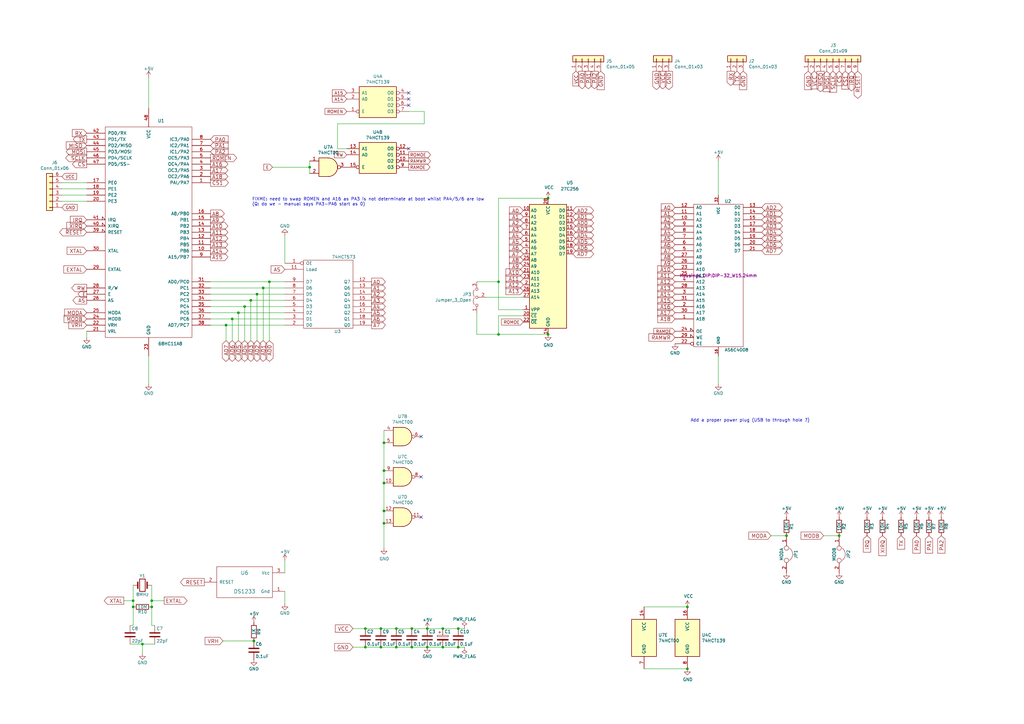
<source format=kicad_sch>
(kicad_sch (version 20211123) (generator eeschema)
  (paper "A3")
  (junction (at 149.86 257.81))
  (junction (at 100.33 125.73))
  (junction (at 162.56 265.43))
  (junction (at 104.14 262.89))
  (junction (at 157.48 198.12))
  (junction (at 110.49 115.57))
  (junction (at 181.61 265.43))
  (junction (at 105.41 120.65))
  (junction (at 156.21 257.81))
  (junction (at 97.79 128.27))
  (junction (at 149.86 265.43))
  (junction (at 157.48 209.55))
  (junction (at 157.48 214.63))
  (junction (at 102.87 123.19))
  (junction (at 175.26 265.43))
  (junction (at 224.79 137.16))
  (junction (at 157.48 181.61))
  (junction (at 54.61 246.38))
  (junction (at 157.48 193.04))
  (junction (at 95.25 130.81))
  (junction (at 127 68.58))
  (junction (at 187.96 265.43))
  (junction (at 204.47 137.16))
  (junction (at 344.17 219.71))
  (junction (at 168.91 265.43))
  (junction (at 187.96 257.81))
  (junction (at 54.61 248.92))
  (junction (at 168.91 257.81))
  (junction (at 175.26 257.81))
  (junction (at 224.79 81.28))
  (junction (at 322.58 219.71))
  (junction (at 281.94 274.32))
  (junction (at 92.71 133.35))
  (junction (at 58.42 264.16))
  (junction (at 181.61 257.81))
  (junction (at 62.23 248.92))
  (junction (at 156.21 265.43))
  (junction (at 281.94 248.92))
  (junction (at 162.56 257.81))
  (junction (at 204.47 115.57))
  (junction (at 62.23 246.38))
  (junction (at 107.95 118.11))
  (no_connect (at 167.64 40.64))
  (no_connect (at 172.72 179.07))
  (no_connect (at 167.64 43.18))
  (no_connect (at 167.64 38.1))
  (no_connect (at 172.72 212.09))
  (no_connect (at 172.72 195.58))
  (no_connect (at 167.64 60.96))
  (wire (pts (xy 105.41 139.7) (xy 105.41 120.65)))
  (wire (pts (xy 92.71 139.7) (xy 92.71 133.35)))
  (wire (pts (xy 91.44 262.89) (xy 104.14 262.89)))
  (wire (pts (xy 181.61 265.43) (xy 187.96 265.43)))
  (wire (pts (xy 25.4 74.93) (xy 35.56 74.93)))
  (wire (pts (xy 157.48 209.55) (xy 157.48 214.63)))
  (wire (pts (xy 97.79 139.7) (xy 97.79 128.27)))
  (wire (pts (xy 35.56 135.89) (xy 35.56 138.43)))
  (wire (pts (xy 168.91 265.43) (xy 175.26 265.43)))
  (wire (pts (xy 62.23 246.38) (xy 62.23 248.92)))
  (wire (pts (xy 162.56 265.43) (xy 168.91 265.43)))
  (wire (pts (xy 110.49 115.57) (xy 116.84 115.57)))
  (wire (pts (xy 156.21 257.81) (xy 162.56 257.81)))
  (wire (pts (xy 156.21 265.43) (xy 162.56 265.43)))
  (wire (pts (xy 127 68.58) (xy 127 71.12)))
  (wire (pts (xy 168.91 257.81) (xy 175.26 257.81)))
  (wire (pts (xy 214.63 121.92) (xy 199.39 121.92)))
  (wire (pts (xy 107.95 139.7) (xy 107.95 118.11)))
  (wire (pts (xy 54.61 240.03) (xy 54.61 246.38)))
  (wire (pts (xy 181.61 257.81) (xy 187.96 257.81)))
  (wire (pts (xy 50.8 246.38) (xy 54.61 246.38)))
  (wire (pts (xy 25.4 80.01) (xy 35.56 80.01)))
  (wire (pts (xy 149.86 265.43) (xy 156.21 265.43)))
  (wire (pts (xy 105.41 120.65) (xy 116.84 120.65)))
  (wire (pts (xy 54.61 256.54) (xy 53.34 256.54)))
  (wire (pts (xy 187.96 257.81) (xy 190.5 257.81)))
  (wire (pts (xy 167.64 45.72) (xy 173.99 45.72)))
  (wire (pts (xy 337.82 219.71) (xy 344.17 219.71)))
  (wire (pts (xy 86.36 118.11) (xy 107.95 118.11)))
  (wire (pts (xy 102.87 139.7) (xy 102.87 123.19)))
  (wire (pts (xy 54.61 246.38) (xy 54.61 248.92)))
  (wire (pts (xy 102.87 123.19) (xy 116.84 123.19)))
  (wire (pts (xy 214.63 129.54) (xy 204.47 129.54)))
  (wire (pts (xy 173.99 45.72) (xy 173.99 50.8)))
  (wire (pts (xy 294.64 80.01) (xy 294.64 66.04)))
  (wire (pts (xy 62.23 248.92) (xy 62.23 256.54)))
  (wire (pts (xy 157.48 214.63) (xy 157.48 224.79)))
  (wire (pts (xy 95.25 139.7) (xy 95.25 130.81)))
  (wire (pts (xy 116.84 96.52) (xy 116.84 107.95)))
  (wire (pts (xy 264.16 248.92) (xy 281.94 248.92)))
  (wire (pts (xy 92.71 133.35) (xy 116.84 133.35)))
  (wire (pts (xy 35.56 82.55) (xy 25.4 82.55)))
  (wire (pts (xy 86.36 123.19) (xy 102.87 123.19)))
  (wire (pts (xy 204.47 129.54) (xy 204.47 137.16)))
  (wire (pts (xy 138.43 50.8) (xy 138.43 60.96)))
  (wire (pts (xy 204.47 81.28) (xy 224.79 81.28)))
  (wire (pts (xy 67.31 246.38) (xy 62.23 246.38)))
  (wire (pts (xy 214.63 127) (xy 204.47 127)))
  (wire (pts (xy 204.47 127) (xy 204.47 115.57)))
  (wire (pts (xy 294.64 146.05) (xy 294.64 157.48)))
  (wire (pts (xy 35.56 77.47) (xy 25.4 77.47)))
  (wire (pts (xy 195.58 137.16) (xy 204.47 137.16)))
  (wire (pts (xy 175.26 265.43) (xy 181.61 265.43)))
  (wire (pts (xy 157.48 176.53) (xy 157.48 181.61)))
  (wire (pts (xy 86.36 120.65) (xy 105.41 120.65)))
  (wire (pts (xy 58.42 264.16) (xy 58.42 267.97)))
  (wire (pts (xy 195.58 115.57) (xy 204.47 115.57)))
  (wire (pts (xy 100.33 139.7) (xy 100.33 125.73)))
  (wire (pts (xy 86.36 115.57) (xy 110.49 115.57)))
  (wire (pts (xy 175.26 257.81) (xy 181.61 257.81)))
  (wire (pts (xy 60.96 146.05) (xy 60.96 157.48)))
  (wire (pts (xy 127 66.04) (xy 127 68.58)))
  (wire (pts (xy 204.47 115.57) (xy 204.47 81.28)))
  (wire (pts (xy 157.48 198.12) (xy 157.48 209.55)))
  (wire (pts (xy 60.96 44.45) (xy 60.96 31.75)))
  (wire (pts (xy 162.56 257.81) (xy 168.91 257.81)))
  (wire (pts (xy 86.36 128.27) (xy 97.79 128.27)))
  (wire (pts (xy 86.36 133.35) (xy 92.71 133.35)))
  (wire (pts (xy 62.23 256.54) (xy 63.5 256.54)))
  (wire (pts (xy 97.79 128.27) (xy 116.84 128.27)))
  (wire (pts (xy 107.95 118.11) (xy 116.84 118.11)))
  (wire (pts (xy 157.48 193.04) (xy 157.48 198.12)))
  (wire (pts (xy 149.86 257.81) (xy 156.21 257.81)))
  (wire (pts (xy 100.33 125.73) (xy 116.84 125.73)))
  (wire (pts (xy 138.43 60.96) (xy 142.24 60.96)))
  (wire (pts (xy 86.36 130.81) (xy 95.25 130.81)))
  (wire (pts (xy 144.78 257.81) (xy 149.86 257.81)))
  (wire (pts (xy 116.84 234.95) (xy 116.84 229.87)))
  (wire (pts (xy 187.96 265.43) (xy 190.5 265.43)))
  (wire (pts (xy 264.16 274.32) (xy 281.94 274.32)))
  (wire (pts (xy 95.25 130.81) (xy 116.84 130.81)))
  (wire (pts (xy 316.23 219.71) (xy 322.58 219.71)))
  (wire (pts (xy 173.99 50.8) (xy 138.43 50.8)))
  (wire (pts (xy 157.48 181.61) (xy 157.48 193.04)))
  (wire (pts (xy 53.34 264.16) (xy 58.42 264.16)))
  (wire (pts (xy 204.47 137.16) (xy 224.79 137.16)))
  (wire (pts (xy 54.61 248.92) (xy 54.61 256.54)))
  (wire (pts (xy 110.49 139.7) (xy 110.49 115.57)))
  (wire (pts (xy 111.76 68.58) (xy 127 68.58)))
  (wire (pts (xy 195.58 128.27) (xy 195.58 137.16)))
  (wire (pts (xy 58.42 264.16) (xy 63.5 264.16)))
  (wire (pts (xy 144.78 265.43) (xy 149.86 265.43)))
  (wire (pts (xy 86.36 125.73) (xy 100.33 125.73)))
  (wire (pts (xy 62.23 240.03) (xy 62.23 246.38)))
  (wire (pts (xy 116.84 242.57) (xy 116.84 247.65)))
  (text "FIXME: need to swap ROMEN and A16 as PA3 is not determinate at boot whilst PA4/5/6 are low\n(Q: do we - manual says PA3-PA6 start as 0)\n" (at 103.378 84.582 0) (effects (font (size 1.27 1.27)) (justify left bottom)))
  (text "Add a proper power plug (USB to through hole ?)\n" (at 283.21 173.228 0) (effects (font (size 1.27 1.27)) (justify left bottom)))
  (global_label "TX" (shape output) (at 35.56 57.15 180) (effects (font (size 1.524 1.524))) (property "Intersheet References" "${INTERSHEET_REFS}" (effects hide)))
  (global_label "A4" (shape output) (at 152.4 125.73 0) (effects (font (size 1.524 1.524))) (property "Intersheet References" "${INTERSHEET_REFS}" (effects hide)))
  (global_label "AD7" (shape tri_state) (at 312.42 102.87 0) (effects (font (size 1.524 1.524))) (property "Intersheet References" "${INTERSHEET_REFS}" (effects hide)))
  (global_label "A7" (shape input) (at 214.63 104.14 180) (effects (font (size 1.524 1.524))) (property "Intersheet References" "${INTERSHEET_REFS}" (effects hide)))
  (global_label "A11" (shape input) (at 214.63 114.3 180) (effects (font (size 1.524 1.524))) (property "Intersheet References" "${INTERSHEET_REFS}" (effects hide)))
  (global_label "AD3" (shape tri_state) (at 312.42 92.71 0) (effects (font (size 1.524 1.524))) (property "Intersheet References" "${INTERSHEET_REFS}" (effects hide)))
  (global_label "AD1" (shape tri_state) (at 107.95 139.7 270) (effects (font (size 1.524 1.524))) (property "Intersheet References" "${INTERSHEET_REFS}" (effects hide)))
  (global_label "XTAL" (shape input) (at 35.56 102.87 180) (effects (font (size 1.524 1.524))) (property "Intersheet References" "${INTERSHEET_REFS}" (effects hide)))
  (global_label "GND" (shape input) (at 25.4 85.09 0) (property "Intersheet References" "${INTERSHEET_REFS}" (effects hide)))
  (global_label "A9" (shape input) (at 276.86 107.95 180) (effects (font (size 1.524 1.524))) (property "Intersheet References" "${INTERSHEET_REFS}" (effects hide)))
  (global_label "AD3" (shape tri_state) (at 102.87 139.7 270) (effects (font (size 1.524 1.524))) (property "Intersheet References" "${INTERSHEET_REFS}" (effects hide)))
  (global_label "PA1" (shape input) (at 381 219.71 270) (effects (font (size 1.524 1.524))) (property "Intersheet References" "${INTERSHEET_REFS}" (effects hide)))
  (global_label "PA1" (shape output) (at 241.3 29.21 270) (effects (font (size 1.524 1.524))) (property "Intersheet References" "${INTERSHEET_REFS}" (effects hide)))
  (global_label "A1" (shape input) (at 276.86 87.63 180) (effects (font (size 1.524 1.524))) (property "Intersheet References" "${INTERSHEET_REFS}" (effects hide)))
  (global_label "A15" (shape input) (at 276.86 123.19 180) (effects (font (size 1.524 1.524))) (property "Intersheet References" "${INTERSHEET_REFS}" (effects hide)))
  (global_label "A17" (shape output) (at 86.36 69.85 0) (effects (font (size 1.524 1.524))) (property "Intersheet References" "${INTERSHEET_REFS}" (effects hide)))
  (global_label "PA2" (shape output) (at 243.84 29.21 270) (effects (font (size 1.524 1.524))) (property "Intersheet References" "${INTERSHEET_REFS}" (effects hide)))
  (global_label "RAMOE" (shape output) (at 167.64 68.58 0) (property "Intersheet References" "${INTERSHEET_REFS}" (effects hide)))
  (global_label "CS" (shape output) (at 35.56 67.31 180) (effects (font (size 1.524 1.524))) (property "Intersheet References" "${INTERSHEET_REFS}" (effects hide)))
  (global_label "TX" (shape input) (at 302.26 29.21 270) (effects (font (size 1.524 1.524))) (property "Intersheet References" "${INTERSHEET_REFS}" (effects hide)))
  (global_label "A1" (shape input) (at 214.63 88.9 180) (effects (font (size 1.524 1.524))) (property "Intersheet References" "${INTERSHEET_REFS}" (effects hide)))
  (global_label "A5" (shape input) (at 276.86 97.79 180) (effects (font (size 1.524 1.524))) (property "Intersheet References" "${INTERSHEET_REFS}" (effects hide)))
  (global_label "AD6" (shape tri_state) (at 95.25 139.7 270) (effects (font (size 1.524 1.524))) (property "Intersheet References" "${INTERSHEET_REFS}" (effects hide)))
  (global_label "MODB" (shape input) (at 337.82 219.71 180) (effects (font (size 1.524 1.524))) (property "Intersheet References" "${INTERSHEET_REFS}" (effects hide)))
  (global_label "RAMOE" (shape input) (at 276.86 135.89 180) (property "Intersheet References" "${INTERSHEET_REFS}" (effects hide)))
  (global_label "AD2" (shape tri_state) (at 234.95 86.36 0) (effects (font (size 1.524 1.524))) (property "Intersheet References" "${INTERSHEET_REFS}" (effects hide)))
  (global_label "RAMWR" (shape output) (at 167.64 66.04 0) (property "Intersheet References" "${INTERSHEET_REFS}" (effects hide)))
  (global_label "A12" (shape input) (at 214.63 116.84 180) (effects (font (size 1.524 1.524))) (property "Intersheet References" "${INTERSHEET_REFS}" (effects hide)))
  (global_label "A11" (shape output) (at 86.36 95.25 0) (effects (font (size 1.524 1.524))) (property "Intersheet References" "${INTERSHEET_REFS}" (effects hide)))
  (global_label "A2" (shape input) (at 214.63 91.44 180) (effects (font (size 1.524 1.524))) (property "Intersheet References" "${INTERSHEET_REFS}" (effects hide)))
  (global_label "RESET" (shape tri_state) (at 35.56 95.25 180) (effects (font (size 1.524 1.524))) (property "Intersheet References" "${INTERSHEET_REFS}" (effects hide)))
  (global_label "AD0" (shape tri_state) (at 110.49 139.7 270) (effects (font (size 1.524 1.524))) (property "Intersheet References" "${INTERSHEET_REFS}" (effects hide)))
  (global_label "SCLK" (shape input) (at 341.63 29.21 270) (effects (font (size 1.524 1.524))) (property "Intersheet References" "${INTERSHEET_REFS}" (effects hide)))
  (global_label "AD5" (shape tri_state) (at 97.79 139.7 270) (effects (font (size 1.524 1.524))) (property "Intersheet References" "${INTERSHEET_REFS}" (effects hide)))
  (global_label "A4" (shape input) (at 276.86 95.25 180) (effects (font (size 1.524 1.524))) (property "Intersheet References" "${INTERSHEET_REFS}" (effects hide)))
  (global_label "ROMEN" (shape output) (at 86.36 64.77 0) (effects (font (size 1.524 1.524))) (property "Intersheet References" "${INTERSHEET_REFS}" (effects hide)))
  (global_label "A10" (shape output) (at 86.36 92.71 0) (effects (font (size 1.524 1.524))) (property "Intersheet References" "${INTERSHEET_REFS}" (effects hide)))
  (global_label "AD4" (shape tri_state) (at 312.42 95.25 0) (effects (font (size 1.524 1.524))) (property "Intersheet References" "${INTERSHEET_REFS}" (effects hide)))
  (global_label "VCC" (shape input) (at 25.4 72.39 0) (property "Intersheet References" "${INTERSHEET_REFS}" (effects hide)))
  (global_label "ROMEN" (shape input) (at 142.24 45.72 180) (property "Intersheet References" "${INTERSHEET_REFS}" (effects hide)))
  (global_label "VRH" (shape input) (at 91.44 262.89 180) (effects (font (size 1.524 1.524))) (property "Intersheet References" "${INTERSHEET_REFS}" (effects hide)))
  (global_label "GND" (shape output) (at 274.32 29.21 270) (effects (font (size 1.524 1.524))) (property "Intersheet References" "${INTERSHEET_REFS}" (effects hide)))
  (global_label "E" (shape output) (at 35.56 120.65 180) (property "Intersheet References" "${INTERSHEET_REFS}" (effects hide)))
  (global_label "MODB" (shape input) (at 35.56 130.81 180) (effects (font (size 1.524 1.524))) (property "Intersheet References" "${INTERSHEET_REFS}" (effects hide)))
  (global_label "RW" (shape input) (at 142.24 63.5 180) (property "Intersheet References" "${INTERSHEET_REFS}" (effects hide)))
  (global_label "AD6" (shape tri_state) (at 312.42 100.33 0) (effects (font (size 1.524 1.524))) (property "Intersheet References" "${INTERSHEET_REFS}" (effects hide)))
  (global_label "IRQ" (shape input) (at 355.6 219.71 270) (effects (font (size 1.524 1.524))) (property "Intersheet References" "${INTERSHEET_REFS}" (effects hide)))
  (global_label "PA1" (shape input) (at 86.36 59.69 0) (effects (font (size 1.524 1.524))) (property "Intersheet References" "${INTERSHEET_REFS}" (effects hide)))
  (global_label "A8" (shape input) (at 276.86 105.41 180) (effects (font (size 1.524 1.524))) (property "Intersheet References" "${INTERSHEET_REFS}" (effects hide)))
  (global_label "A13" (shape input) (at 276.86 118.11 180) (effects (font (size 1.524 1.524))) (property "Intersheet References" "${INTERSHEET_REFS}" (effects hide)))
  (global_label "A6" (shape input) (at 214.63 101.6 180) (effects (font (size 1.524 1.524))) (property "Intersheet References" "${INTERSHEET_REFS}" (effects hide)))
  (global_label "A6" (shape output) (at 152.4 130.81 0) (effects (font (size 1.524 1.524))) (property "Intersheet References" "${INTERSHEET_REFS}" (effects hide)))
  (global_label "MODA" (shape input) (at 35.56 128.27 180) (effects (font (size 1.524 1.524))) (property "Intersheet References" "${INTERSHEET_REFS}" (effects hide)))
  (global_label "VCC" (shape input) (at 236.22 29.21 270) (property "Intersheet References" "${INTERSHEET_REFS}" (effects hide)))
  (global_label "AD7" (shape tri_state) (at 92.71 139.7 270) (effects (font (size 1.524 1.524))) (property "Intersheet References" "${INTERSHEET_REFS}" (effects hide)))
  (global_label "A18" (shape input) (at 276.86 130.81 180) (effects (font (size 1.524 1.524))) (property "Intersheet References" "${INTERSHEET_REFS}" (effects hide)))
  (global_label "A0" (shape input) (at 214.63 86.36 180) (effects (font (size 1.524 1.524))) (property "Intersheet References" "${INTERSHEET_REFS}" (effects hide)))
  (global_label "MISO" (shape input) (at 35.56 59.69 180) (effects (font (size 1.524 1.524))) (property "Intersheet References" "${INTERSHEET_REFS}" (effects hide)))
  (global_label "A5" (shape output) (at 152.4 128.27 0) (effects (font (size 1.524 1.524))) (property "Intersheet References" "${INTERSHEET_REFS}" (effects hide)))
  (global_label "AS" (shape output) (at 35.56 123.19 180) (effects (font (size 1.524 1.524))) (property "Intersheet References" "${INTERSHEET_REFS}" (effects hide)))
  (global_label "MODA" (shape input) (at 316.23 219.71 180) (effects (font (size 1.524 1.524))) (property "Intersheet References" "${INTERSHEET_REFS}" (effects hide)))
  (global_label "A15" (shape output) (at 86.36 105.41 0) (effects (font (size 1.524 1.524))) (property "Intersheet References" "${INTERSHEET_REFS}" (effects hide)))
  (global_label "VRH" (shape input) (at 35.56 133.35 180) (effects (font (size 1.524 1.524))) (property "Intersheet References" "${INTERSHEET_REFS}" (effects hide)))
  (global_label "RX" (shape input) (at 35.56 54.61 180) (effects (font (size 1.524 1.524))) (property "Intersheet References" "${INTERSHEET_REFS}" (effects hide)))
  (global_label "AD2" (shape tri_state) (at 105.41 139.7 270) (effects (font (size 1.524 1.524))) (property "Intersheet References" "${INTERSHEET_REFS}" (effects hide)))
  (global_label "A3" (shape output) (at 152.4 123.19 0) (effects (font (size 1.524 1.524))) (property "Intersheet References" "${INTERSHEET_REFS}" (effects hide)))
  (global_label "A1" (shape output) (at 152.4 118.11 0) (effects (font (size 1.524 1.524))) (property "Intersheet References" "${INTERSHEET_REFS}" (effects hide)))
  (global_label "AD5" (shape tri_state) (at 234.95 99.06 0) (effects (font (size 1.524 1.524))) (property "Intersheet References" "${INTERSHEET_REFS}" (effects hide)))
  (global_label "A14" (shape input) (at 276.86 120.65 180) (effects (font (size 1.524 1.524))) (property "Intersheet References" "${INTERSHEET_REFS}" (effects hide)))
  (global_label "EXTAL" (shape input) (at 35.56 110.49 180) (effects (font (size 1.524 1.524))) (property "Intersheet References" "${INTERSHEET_REFS}" (effects hide)))
  (global_label "A7" (shape input) (at 276.86 102.87 180) (effects (font (size 1.524 1.524))) (property "Intersheet References" "${INTERSHEET_REFS}" (effects hide)))
  (global_label "VCC" (shape input) (at 144.78 257.81 180) (effects (font (size 1.524 1.524))) (property "Intersheet References" "${INTERSHEET_REFS}" (effects hide)))
  (global_label "A9" (shape input) (at 214.63 109.22 180) (effects (font (size 1.524 1.524))) (property "Intersheet References" "${INTERSHEET_REFS}" (effects hide)))
  (global_label "AD2" (shape tri_state) (at 312.42 85.09 0) (effects (font (size 1.524 1.524))) (property "Intersheet References" "${INTERSHEET_REFS}" (effects hide)))
  (global_label "E" (shape input) (at 111.76 68.58 180) (property "Intersheet References" "${INTERSHEET_REFS}" (effects hide)))
  (global_label "A9" (shape output) (at 86.36 90.17 0) (effects (font (size 1.524 1.524))) (property "Intersheet References" "${INTERSHEET_REFS}" (effects hide)))
  (global_label "A14" (shape output) (at 86.36 102.87 0) (effects (font (size 1.524 1.524))) (property "Intersheet References" "${INTERSHEET_REFS}" (effects hide)))
  (global_label "A11" (shape input) (at 276.86 113.03 180) (effects (font (size 1.524 1.524))) (property "Intersheet References" "${INTERSHEET_REFS}" (effects hide)))
  (global_label "A12" (shape input) (at 276.86 115.57 180) (effects (font (size 1.524 1.524))) (property "Intersheet References" "${INTERSHEET_REFS}" (effects hide)))
  (global_label "A6" (shape input) (at 276.86 100.33 180) (effects (font (size 1.524 1.524))) (property "Intersheet References" "${INTERSHEET_REFS}" (effects hide)))
  (global_label "GND" (shape input) (at 144.78 265.43 180) (effects (font (size 1.524 1.524))) (property "Intersheet References" "${INTERSHEET_REFS}" (effects hide)))
  (global_label "A13" (shape output) (at 86.36 100.33 0) (effects (font (size 1.524 1.524))) (property "Intersheet References" "${INTERSHEET_REFS}" (effects hide)))
  (global_label "AD4" (shape tri_state) (at 100.33 139.7 270) (effects (font (size 1.524 1.524))) (property "Intersheet References" "${INTERSHEET_REFS}" (effects hide)))
  (global_label "CS" (shape input) (at 344.17 29.21 270) (effects (font (size 1.524 1.524))) (property "Intersheet References" "${INTERSHEET_REFS}" (effects hide)))
  (global_label "CS1" (shape input) (at 346.71 29.21 270) (effects (font (size 1.524 1.524))) (property "Intersheet References" "${INTERSHEET_REFS}" (effects hide)))
  (global_label "A5" (shape input) (at 214.63 99.06 180) (effects (font (size 1.524 1.524))) (property "Intersheet References" "${INTERSHEET_REFS}" (effects hide)))
  (global_label "GND" (shape output) (at 269.24 29.21 270) (effects (font (size 1.524 1.524))) (property "Intersheet References" "${INTERSHEET_REFS}" (effects hide)))
  (global_label "A8" (shape input) (at 214.63 106.68 180) (effects (font (size 1.524 1.524))) (property "Intersheet References" "${INTERSHEET_REFS}" (effects hide)))
  (global_label "A10" (shape input) (at 276.86 110.49 180) (effects (font (size 1.524 1.524))) (property "Intersheet References" "${INTERSHEET_REFS}" (effects hide)))
  (global_label "AD4" (shape tri_state) (at 234.95 96.52 0) (effects (font (size 1.524 1.524))) (property "Intersheet References" "${INTERSHEET_REFS}" (effects hide)))
  (global_label "A16" (shape output) (at 86.36 67.31 0) (effects (font (size 1.524 1.524))) (property "Intersheet References" "${INTERSHEET_REFS}" (effects hide)))
  (global_label "PA2" (shape input) (at 86.36 62.23 0) (effects (font (size 1.524 1.524))) (property "Intersheet References" "${INTERSHEET_REFS}" (effects hide)))
  (global_label "AD7" (shape tri_state) (at 234.95 104.14 0) (effects (font (size 1.524 1.524))) (property "Intersheet References" "${INTERSHEET_REFS}" (effects hide)))
  (global_label "XTAL" (shape output) (at 50.8 246.38 180) (effects (font (size 1.524 1.524))) (property "Intersheet References" "${INTERSHEET_REFS}" (effects hide)))
  (global_label "RAMWR" (shape input) (at 276.86 138.43 180) (effects (font (size 1.524 1.524))) (property "Intersheet References" "${INTERSHEET_REFS}" (effects hide)))
  (global_label "VCC" (shape input) (at 334.01 29.21 270) (effects (font (size 1.524 1.524))) (property "Intersheet References" "${INTERSHEET_REFS}" (effects hide)))
  (global_label "A17" (shape input) (at 276.86 128.27 180) (effects (font (size 1.524 1.524))) (property "Intersheet References" "${INTERSHEET_REFS}" (effects hide)))
  (global_label "MISO" (shape output) (at 336.55 29.21 270) (effects (font (size 1.524 1.524))) (property "Intersheet References" "${INTERSHEET_REFS}" (effects hide)))
  (global_label "MOSI" (shape output) (at 35.56 62.23 180) (effects (font (size 1.524 1.524))) (property "Intersheet References" "${INTERSHEET_REFS}" (effects hide)))
  (global_label "A3" (shape input) (at 276.86 92.71 180) (effects (font (size 1.524 1.524))) (property "Intersheet References" "${INTERSHEET_REFS}" (effects hide)))
  (global_label "AD1" (shape tri_state) (at 234.95 88.9 0) (effects (font (size 1.524 1.524))) (property "Intersheet References" "${INTERSHEET_REFS}" (effects hide)))
  (global_label "A13" (shape input) (at 214.63 119.38 180) (effects (font (size 1.524 1.524))) (property "Intersheet References" "${INTERSHEET_REFS}" (effects hide)))
  (global_label "GND" (shape input) (at 331.47 29.21 270) (effects (font (size 1.524 1.524))) (property "Intersheet References" "${INTERSHEET_REFS}" (effects hide)))
  (global_label "A7" (shape output) (at 152.4 133.35 0) (effects (font (size 1.524 1.524))) (property "Intersheet References" "${INTERSHEET_REFS}" (effects hide)))
  (global_label "PA0" (shape input) (at 86.36 57.15 0) (effects (font (size 1.524 1.524))) (property "Intersheet References" "${INTERSHEET_REFS}" (effects hide)))
  (global_label "A8" (shape output) (at 86.36 87.63 0) (effects (font (size 1.524 1.524))) (property "Intersheet References" "${INTERSHEET_REFS}" (effects hide)))
  (global_label "PA0" (shape input) (at 375.92 219.71 270) (effects (font (size 1.524 1.524))) (property "Intersheet References" "${INTERSHEET_REFS}" (effects hide)))
  (global_label "TX" (shape input) (at 369.57 219.71 270) (effects (font (size 1.524 1.524))) (property "Intersheet References" "${INTERSHEET_REFS}" (effects hide)))
  (global_label "MOSI" (shape input) (at 339.09 29.21 270) (effects (font (size 1.524 1.524))) (property "Intersheet References" "${INTERSHEET_REFS}" (effects hide)))
  (global_label "A18" (shape output) (at 86.36 72.39 0) (effects (font (size 1.524 1.524))) (property "Intersheet References" "${INTERSHEET_REFS}" (effects hide)))
  (global_label "IRQ" (shape tri_state) (at 349.25 29.21 270) (effects (font (size 1.524 1.524))) (property "Intersheet References" "${INTERSHEET_REFS}" (effects hide)))
  (global_label "IRQ" (shape input) (at 35.56 90.17 180) (effects (font (size 1.524 1.524))) (property "Intersheet References" "${INTERSHEET_REFS}" (effects hide)))
  (global_label "PA0" (shape output) (at 238.76 29.21 270) (effects (font (size 1.524 1.524))) (property "Intersheet References" "${INTERSHEET_REFS}" (effects hide)))
  (global_label "AD3" (shape tri_state) (at 234.95 93.98 0) (effects (font (size 1.524 1.524))) (property "Intersheet References" "${INTERSHEET_REFS}" (effects hide)))
  (global_label "VCC" (shape output) (at 271.78 29.21 270) (effects (font (size 1.524 1.524))) (property "Intersheet References" "${INTERSHEET_REFS}" (effects hide)))
  (global_label "A16" (shape input) (at 276.86 125.73 180) (effects (font (size 1.524 1.524))) (property "Intersheet References" "${INTERSHEET_REFS}" (effects hide)))
  (global_label "ROMOE" (shape output) (at 167.64 63.5 0) (property "Intersheet References" "${INTERSHEET_REFS}" (effects hide)))
  (global_label "GND" (shape input) (at 246.38 29.21 270) (effects (font (size 1.524 1.524))) (property "Intersheet References" "${INTERSHEET_REFS}" (effects hide)))
  (global_label "RESET" (shape output) (at 83.82 238.76 180) (effects (font (size 1.524 1.524))) (property "Intersheet References" "${INTERSHEET_REFS}" (effects hide)))
  (global_label "AS" (shape input) (at 116.84 110.49 180) (effects (font (size 1.524 1.524))) (property "Intersheet References" "${INTERSHEET_REFS}" (effects hide)))
  (global_label "A0" (shape output) (at 152.4 115.57 0) (effects (font (size 1.524 1.524))) (property "Intersheet References" "${INTERSHEET_REFS}" (effects hide)))
  (global_label "A14" (shape input) (at 142.24 40.64 180) (property "Intersheet References" "${INTERSHEET_REFS}" (effects hide)))
  (global_label "CS1" (shape output) (at 86.36 74.93 0) (effects (font (size 1.524 1.524))) (property "Intersheet References" "${INTERSHEET_REFS}" (effects hide)))
  (global_label "A15" (shape input) (at 142.24 38.1 180) (property "Intersheet References" "${INTERSHEET_REFS}" (effects hide)))
  (global_label "RW" (shape output) (at 35.56 118.11 180) (effects (font (size 1.524 1.524))) (property "Intersheet References" "${INTERSHEET_REFS}" (effects hide)))
  (global_label "SCLK" (shape output) (at 35.56 64.77 180) (effects (font (size 1.524 1.524))) (property "Intersheet References" "${INTERSHEET_REFS}" (effects hide)))
  (global_label "EXTAL" (shape output) (at 67.31 246.38 0) (effects (font (size 1.524 1.524))) (property "Intersheet References" "${INTERSHEET_REFS}" (effects hide)))
  (global_label "A10" (shape input) (at 214.63 111.76 180) (effects (font (size 1.524 1.524))) (property "Intersheet References" "${INTERSHEET_REFS}" (effects hide)))
  (global_label "A0" (shape input) (at 276.86 85.09 180) (effects (font (size 1.524 1.524))) (property "Intersheet References" "${INTERSHEET_REFS}" (effects hide)))
  (global_label "RX" (shape output) (at 299.72 29.21 270) (effects (font (size 1.524 1.524))) (property "Intersheet References" "${INTERSHEET_REFS}" (effects hide)))
  (global_label "A3" (shape input) (at 214.63 93.98 180) (effects (font (size 1.524 1.524))) (property "Intersheet References" "${INTERSHEET_REFS}" (effects hide)))
  (global_label "XIRQ" (shape input) (at 35.56 92.71 180) (effects (font (size 1.524 1.524))) (property "Intersheet References" "${INTERSHEET_REFS}" (effects hide)))
  (global_label "AD1" (shape tri_state) (at 312.42 87.63 0) (effects (font (size 1.524 1.524))) (property "Intersheet References" "${INTERSHEET_REFS}" (effects hide)))
  (global_label "ROMOE" (shape input) (at 214.63 132.08 180) (property "Intersheet References" "${INTERSHEET_REFS}" (effects hide)))
  (global_label "A4" (shape input) (at 214.63 96.52 180) (effects (font (size 1.524 1.524))) (property "Intersheet References" "${INTERSHEET_REFS}" (effects hide)))
  (global_label "PA2" (shape input) (at 386.08 219.71 270) (effects (font (size 1.524 1.524))) (property "Intersheet References" "${INTERSHEET_REFS}" (effects hide)))
  (global_label "A2" (shape input) (at 276.86 90.17 180) (effects (font (size 1.524 1.524))) (property "Intersheet References" "${INTERSHEET_REFS}" (effects hide)))
  (global_label "AD5" (shape tri_state) (at 312.42 97.79 0) (effects (font (size 1.524 1.524))) (property "Intersheet References" "${INTERSHEET_REFS}" (effects hide)))
  (global_label "A2" (shape output) (at 152.4 120.65 0) (effects (font (size 1.524 1.524))) (property "Intersheet References" "${INTERSHEET_REFS}" (effects hide)))
  (global_label "RESET" (shape tri_state) (at 351.79 29.21 270) (effects (font (size 1.524 1.524))) (property "Intersheet References" "${INTERSHEET_REFS}" (effects hide)))
  (global_label "GND" (shape input) (at 304.8 29.21 270) (effects (font (size 1.524 1.524))) (property "Intersheet References" "${INTERSHEET_REFS}" (effects hide)))
  (global_label "AD6" (shape tri_state) (at 234.95 101.6 0) (effects (font (size 1.524 1.524))) (property "Intersheet References" "${INTERSHEET_REFS}" (effects hide)))
  (global_label "AD0" (shape tri_state) (at 234.95 91.44 0) (effects (font (size 1.524 1.524))) (property "Intersheet References" "${INTERSHEET_REFS}" (effects hide)))
  (global_label "A12" (shape output) (at 86.36 97.79 0) (effects (font (size 1.524 1.524))) (property "Intersheet References" "${INTERSHEET_REFS}" (effects hide)))
  (global_label "XIRQ" (shape input) (at 361.95 219.71 270) (effects (font (size 1.524 1.524))) (property "Intersheet References" "${INTERSHEET_REFS}" (effects hide)))
  (global_label "AD0" (shape tri_state) (at 312.42 90.17 0) (effects (font (size 1.524 1.524))) (property "Intersheet References" "${INTERSHEET_REFS}" (effects hide)))
  (symbol (lib_id "68hc11-rescue:68HC11A8") (at 60.96 95.25 0) (unit 1)
    (property "Reference" "U1" (at 66.04 49.53 0))
    (property "Value" "68HC11A8" (at 69.85 140.97 0))
    (property "Footprint" "Housings_DIP:DIP-48_W15.24mm" (effects hide))
  )
  (symbol (lib_id "68hc11-rescue:74LS573") (at 134.62 120.65 0) (mirror x) (unit 1)
    (property "Reference" "U3" (at 138.43 135.89 0))
    (property "Value" "74HCT573" (at 140.97 105.41 0))
    (property "Footprint" "Housings_DIP:DIP-20_W7.62mm" (effects hide))
  )
  (symbol (lib_id "power:+5V") (at 60.96 31.75 0) (unit 1)
    (property "Reference" "#PWR01" (effects hide))
    (property "Value" "+5V" (at 60.96 28.194 0))
  )
  (symbol (lib_id "power:GND") (at 60.96 157.48 0) (unit 1)
    (property "Reference" "#PWR02" (effects hide))
    (property "Value" "GND" (at 60.96 161.29 0))
  )
  (symbol (lib_id "power:GND") (at 116.84 96.52 0) (mirror x) (unit 1)
    (property "Reference" "#PWR03" (effects hide))
    (property "Value" "GND" (at 116.84 92.71 0))
  )
  (symbol (lib_id "68hc11-rescue:SRAM_512Ko") (at 294.64 113.03 0) (unit 1)
    (property "Reference" "U2" (at 297.18 82.55 0) (effects (justify left)))
    (property "Value" "AS6C4008" (at 297.18 143.51 0) (effects (justify left)))
    (property "Footprint" "Housings_DIP:DIP-32_W15.24mm" (at 294.64 113.03 0))
  )
  (symbol (lib_id "power:+5V") (at 294.64 66.04 0) (unit 1)
    (property "Reference" "#PWR04" (effects hide))
    (property "Value" "+5V" (at 294.64 62.484 0))
  )
  (symbol (lib_id "power:GND") (at 294.64 157.48 0) (unit 1)
    (property "Reference" "#PWR05" (effects hide))
    (property "Value" "GND" (at 294.64 161.29 0))
  )
  (symbol (lib_id "power:+5V") (at 322.58 212.09 0) (unit 1)
    (property "Reference" "#PWR06" (effects hide))
    (property "Value" "+5V" (at 322.58 208.534 0))
  )
  (symbol (lib_id "68hc11-rescue:R") (at 322.58 215.9 0) (unit 1)
    (property "Reference" "R1" (at 324.612 215.9 90))
    (property "Value" "10K" (at 322.58 215.9 90))
    (property "Footprint" "Resistors_THT:R_Axial_DIN0207_L6.3mm_D2.5mm_P10.16mm_Horizontal" (effects hide))
  )
  (symbol (lib_id "68hc11-rescue:Jumper") (at 322.58 227.33 270) (unit 1)
    (property "Reference" "JP1" (at 326.39 227.33 0))
    (property "Value" "MODA" (at 320.548 227.33 0))
    (property "Footprint" "Connector_PinHeader_2.54mm:PinHeader_1x02_P2.54mm_Vertical" (effects hide))
  )
  (symbol (lib_id "power:GND") (at 322.58 234.95 0) (unit 1)
    (property "Reference" "#PWR07" (effects hide))
    (property "Value" "GND" (at 322.58 238.76 0))
  )
  (symbol (lib_id "power:+5V") (at 344.17 212.09 0) (unit 1)
    (property "Reference" "#PWR08" (effects hide))
    (property "Value" "+5V" (at 344.17 208.534 0))
  )
  (symbol (lib_id "68hc11-rescue:R") (at 344.17 215.9 0) (unit 1)
    (property "Reference" "R2" (at 346.202 215.9 90))
    (property "Value" "10K" (at 344.17 215.9 90))
    (property "Footprint" "Resistors_THT:R_Axial_DIN0207_L6.3mm_D2.5mm_P10.16mm_Horizontal" (effects hide))
  )
  (symbol (lib_id "68hc11-rescue:Jumper") (at 344.17 227.33 270) (unit 1)
    (property "Reference" "JP2" (at 347.98 227.33 0))
    (property "Value" "MODB" (at 342.138 227.33 0))
    (property "Footprint" "Connector_PinHeader_2.54mm:PinHeader_1x02_P2.54mm_Vertical" (effects hide))
  )
  (symbol (lib_id "power:GND") (at 344.17 234.95 0) (unit 1)
    (property "Reference" "#PWR09" (effects hide))
    (property "Value" "GND" (at 344.17 238.76 0))
  )
  (symbol (lib_id "power:+5V") (at 355.6 212.09 0) (unit 1)
    (property "Reference" "#PWR010" (effects hide))
    (property "Value" "+5V" (at 355.6 208.534 0))
  )
  (symbol (lib_id "68hc11-rescue:R") (at 355.6 215.9 0) (unit 1)
    (property "Reference" "R3" (at 357.632 215.9 90))
    (property "Value" "10K" (at 355.6 215.9 90))
    (property "Footprint" "Resistors_THT:R_Axial_DIN0207_L6.3mm_D2.5mm_P10.16mm_Horizontal" (effects hide))
  )
  (symbol (lib_id "power:+5V") (at 361.95 212.09 0) (unit 1)
    (property "Reference" "#PWR011" (effects hide))
    (property "Value" "+5V" (at 361.95 208.534 0))
  )
  (symbol (lib_id "68hc11-rescue:R") (at 361.95 215.9 0) (unit 1)
    (property "Reference" "R4" (at 363.982 215.9 90))
    (property "Value" "10K" (at 361.95 215.9 90))
    (property "Footprint" "Resistors_THT:R_Axial_DIN0207_L6.3mm_D2.5mm_P10.16mm_Horizontal" (effects hide))
  )
  (symbol (lib_id "power:+5V") (at 369.57 212.09 0) (unit 1)
    (property "Reference" "#PWR012" (effects hide))
    (property "Value" "+5V" (at 369.57 208.534 0))
  )
  (symbol (lib_id "68hc11-rescue:R") (at 369.57 215.9 0) (unit 1)
    (property "Reference" "R5" (at 371.602 215.9 90))
    (property "Value" "10K" (at 369.57 215.9 90))
    (property "Footprint" "Resistors_THT:R_Axial_DIN0207_L6.3mm_D2.5mm_P10.16mm_Horizontal" (effects hide))
  )
  (symbol (lib_id "power:+5V") (at 375.92 212.09 0) (unit 1)
    (property "Reference" "#PWR013" (effects hide))
    (property "Value" "+5V" (at 375.92 208.534 0))
  )
  (symbol (lib_id "68hc11-rescue:R") (at 375.92 215.9 0) (unit 1)
    (property "Reference" "R6" (at 377.952 215.9 90))
    (property "Value" "10K" (at 375.92 215.9 90))
    (property "Footprint" "Resistors_THT:R_Axial_DIN0207_L6.3mm_D2.5mm_P10.16mm_Horizontal" (effects hide))
  )
  (symbol (lib_id "power:+5V") (at 381 212.09 0) (unit 1)
    (property "Reference" "#PWR014" (effects hide))
    (property "Value" "+5V" (at 381 208.534 0))
  )
  (symbol (lib_id "68hc11-rescue:R") (at 381 215.9 0) (unit 1)
    (property "Reference" "R7" (at 383.032 215.9 90))
    (property "Value" "10K" (at 381 215.9 90))
    (property "Footprint" "Resistors_THT:R_Axial_DIN0207_L6.3mm_D2.5mm_P10.16mm_Horizontal" (effects hide))
  )
  (symbol (lib_id "power:+5V") (at 386.08 212.09 0) (unit 1)
    (property "Reference" "#PWR015" (effects hide))
    (property "Value" "+5V" (at 386.08 208.534 0))
  )
  (symbol (lib_id "68hc11-rescue:R") (at 386.08 215.9 0) (unit 1)
    (property "Reference" "R8" (at 388.112 215.9 90))
    (property "Value" "10K" (at 386.08 215.9 90))
    (property "Footprint" "Resistors_THT:R_Axial_DIN0207_L6.3mm_D2.5mm_P10.16mm_Horizontal" (effects hide))
  )
  (symbol (lib_id "68hc11-rescue:R") (at 104.14 259.08 0) (unit 1)
    (property "Reference" "R9" (at 106.172 259.08 90))
    (property "Value" "1K" (at 104.14 259.08 90))
    (property "Footprint" "Resistors_THT:R_Axial_DIN0207_L6.3mm_D2.5mm_P10.16mm_Horizontal" (effects hide))
  )
  (symbol (lib_id "68hc11-rescue:C") (at 104.14 266.7 0) (unit 1)
    (property "Reference" "C6" (at 104.775 264.16 0) (effects (justify left)))
    (property "Value" "0.1uF" (at 104.775 269.24 0) (effects (justify left)))
    (property "Footprint" "Capacitor_THT:C_Disc_D3.0mm_W1.6mm_P2.50mm" (effects hide))
  )
  (symbol (lib_id "power:+5V") (at 104.14 255.27 0) (unit 1)
    (property "Reference" "#PWR016" (effects hide))
    (property "Value" "+5V" (at 104.14 251.714 0))
  )
  (symbol (lib_id "power:GND") (at 104.14 270.51 0) (unit 1)
    (property "Reference" "#PWR017" (effects hide))
    (property "Value" "GND" (at 104.14 274.32 0))
  )
  (symbol (lib_id "power:GND") (at 175.26 265.43 0) (unit 1)
    (property "Reference" "#PWR018" (effects hide))
    (property "Value" "GND" (at 175.26 269.24 0))
  )
  (symbol (lib_id "power:+5V") (at 175.26 257.81 0) (unit 1)
    (property "Reference" "#PWR019" (effects hide))
    (property "Value" "+5V" (at 175.26 254.254 0))
  )
  (symbol (lib_id "68hc11-rescue:C") (at 162.56 261.62 0) (unit 1)
    (property "Reference" "C5" (at 163.195 259.08 0) (effects (justify left)))
    (property "Value" "0.1uF" (at 163.195 264.16 0) (effects (justify left)))
    (property "Footprint" "Capacitor_THT:C_Disc_D3.0mm_W1.6mm_P2.50mm" (effects hide))
  )
  (symbol (lib_id "68hc11-rescue:C") (at 168.91 261.62 0) (unit 1)
    (property "Reference" "C4" (at 169.545 259.08 0) (effects (justify left)))
    (property "Value" "0.1uF" (at 169.545 264.16 0) (effects (justify left)))
    (property "Footprint" "Capacitor_THT:C_Disc_D3.0mm_W1.6mm_P2.50mm" (effects hide))
  )
  (symbol (lib_id "68hc11-rescue:C") (at 175.26 261.62 0) (unit 1)
    (property "Reference" "C3" (at 175.895 259.08 0) (effects (justify left)))
    (property "Value" "0.1uF" (at 175.895 264.16 0) (effects (justify left)))
    (property "Footprint" "Capacitor_THT:C_Disc_D3.0mm_W1.6mm_P2.50mm" (effects hide))
  )
  (symbol (lib_id "68hc11-rescue:CP") (at 181.61 261.62 0) (unit 1)
    (property "Reference" "C1" (at 182.245 259.08 0) (effects (justify left)))
    (property "Value" "10uF" (at 182.245 264.16 0) (effects (justify left)))
    (property "Footprint" "Capacitors_THT:CP_Radial_D5.0mm_P2.00mm" (effects hide))
  )
  (symbol (lib_id "power:GND") (at 35.56 138.43 0) (unit 1)
    (property "Reference" "#PWR021" (effects hide))
    (property "Value" "GND" (at 35.56 142.24 0))
  )
  (symbol (lib_id "power:GND") (at 58.42 267.97 0) (unit 1)
    (property "Reference" "#PWR022" (effects hide))
    (property "Value" "GND" (at 58.42 271.78 0))
  )
  (symbol (lib_id "68hc11-rescue:C") (at 53.34 260.35 0) (unit 1)
    (property "Reference" "C8" (at 53.975 257.81 0) (effects (justify left)))
    (property "Value" "22pF" (at 53.975 262.89 0) (effects (justify left)))
    (property "Footprint" "Capacitor_THT:C_Disc_D3.0mm_W1.6mm_P2.50mm" (effects hide))
  )
  (symbol (lib_id "68hc11-rescue:C") (at 63.5 260.35 0) (unit 1)
    (property "Reference" "C7" (at 64.135 257.81 0) (effects (justify left)))
    (property "Value" "22pF" (at 64.135 262.89 0) (effects (justify left)))
    (property "Footprint" "Capacitor_THT:C_Disc_D3.0mm_W1.6mm_P2.50mm" (effects hide))
  )
  (symbol (lib_id "68hc11-rescue:R") (at 58.42 248.92 270) (unit 1)
    (property "Reference" "R10" (at 58.42 250.952 90))
    (property "Value" "10M" (at 58.42 248.92 90))
    (property "Footprint" "Resistors_THT:R_Axial_DIN0207_L6.3mm_D2.5mm_P10.16mm_Horizontal" (effects hide))
  )
  (symbol (lib_id "68hc11-rescue:Crystal") (at 58.42 240.03 0) (unit 1)
    (property "Reference" "Y1" (at 58.42 236.22 0))
    (property "Value" "8MHz" (at 58.42 243.84 0))
    (property "Footprint" "Crystals:Crystal_HC49-U_Vertical" (effects hide))
  )
  (symbol (lib_id "power:PWR_FLAG") (at 190.5 257.81 0) (unit 1)
    (property "Reference" "#FLG023" (effects hide))
    (property "Value" "PWR_FLAG" (at 190.5 254 0))
  )
  (symbol (lib_id "power:PWR_FLAG") (at 190.5 265.43 180) (unit 1)
    (property "Reference" "#FLG024" (effects hide))
    (property "Value" "PWR_FLAG" (at 190.5 269.24 0))
  )
  (symbol (lib_id "ds1233:DS1233") (at 100.33 238.76 0) (unit 1)
    (property "Reference" "U6" (at 100.33 234.95 0) (effects (font (size 1.524 1.524))))
    (property "Value" "DS1233" (at 100.33 242.57 0) (effects (font (size 1.524 1.524))))
    (property "Footprint" "TO_SOT_Packages_THT:TO-92_Inline_Narrow_Oval" (effects hide))
  )
  (symbol (lib_id "power:GND") (at 116.84 247.65 0) (unit 1)
    (property "Reference" "#PWR025" (effects hide))
    (property "Value" "GND" (at 116.84 251.46 0))
  )
  (symbol (lib_id "power:+5V") (at 116.84 229.87 0) (unit 1)
    (property "Reference" "#PWR026" (effects hide))
    (property "Value" "+5V" (at 116.84 226.314 0))
  )
  (symbol (lib_id "power:GND") (at 276.86 140.97 0) (unit 1)
    (property "Reference" "#PWR027" (effects hide))
    (property "Value" "GND" (at 276.86 144.78 0))
  )
  (symbol (lib_id "74xx:74LS139") (at 154.94 40.64 0) (unit 1)
    (property "Reference" "U4" (at 154.94 31.3182 0))
    (property "Value" "74HCT139" (at 154.94 33.6296 0))
    (property "Footprint" "Package_DIP:DIP-16_W7.62mm" (effects hide))
    (property "Datasheet" "http://www.ti.com/lit/gpn/sn74LS139" (effects hide))
  )
  (symbol (lib_id "74xx:74LS139") (at 154.94 63.5 0) (unit 2)
    (property "Reference" "U4" (at 154.94 54.1782 0))
    (property "Value" "74HCT139" (at 154.94 56.4896 0))
    (property "Footprint" "Package_DIP:DIP-16_W7.62mm" (effects hide))
    (property "Datasheet" "http://www.ti.com/lit/gpn/sn74LS139" (effects hide))
  )
  (symbol (lib_id "Memory_EPROM:27C256") (at 224.79 109.22 0) (unit 1)
    (property "Reference" "U5" (at 233.68 74.93 0))
    (property "Value" "27C256" (at 233.68 77.47 0))
    (property "Footprint" "Package_DIP:DIP-28_W15.24mm" (effects hide))
    (property "Datasheet" "http://ww1.microchip.com/downloads/en/DeviceDoc/doc0014.pdf" (effects hide))
  )
  (symbol (lib_id "power:GND") (at 224.79 137.16 0) (unit 1)
    (property "Reference" "#PWR0101" (effects hide))
    (property "Value" "GND" (at 224.917 141.5542 0))
  )
  (symbol (lib_id "power:VCC") (at 224.79 81.28 0) (unit 1)
    (property "Reference" "#PWR0102" (effects hide))
    (property "Value" "VCC" (at 225.2218 76.8858 0))
  )
  (symbol (lib_id "Jumper:Jumper_3_Open") (at 195.58 121.92 90) (unit 1)
    (property "Reference" "JP3" (at 193.3702 120.7516 90) (effects (justify left)))
    (property "Value" "Jumper_3_Open" (at 193.3702 123.063 90) (effects (justify left)))
    (property "Footprint" "Connector_PinHeader_2.54mm:PinHeader_1x03_P2.54mm_Vertical" (effects hide))
  )
  (symbol (lib_id "74xx:74LS139") (at 281.94 261.62 0) (unit 3)
    (property "Reference" "U4" (at 287.782 260.4516 0) (effects (justify left)))
    (property "Value" "74HCT139" (at 287.782 262.763 0) (effects (justify left)))
    (property "Footprint" "Package_DIP:DIP-16_W7.62mm" (effects hide))
    (property "Datasheet" "http://www.ti.com/lit/gpn/sn74LS139" (effects hide))
  )
  (symbol (lib_id "power:GND") (at 281.94 274.32 0) (unit 1)
    (property "Reference" "#PWR0103" (effects hide))
    (property "Value" "GND" (at 282.067 278.7142 0))
  )
  (symbol (lib_id "power:VCC") (at 281.94 248.92 0) (unit 1)
    (property "Reference" "#PWR0104" (effects hide))
    (property "Value" "VCC" (at 282.3718 244.5258 0))
  )
  (symbol (lib_id "Connector_Generic:Conn_01x03") (at 302.26 24.13 90) (unit 1)
    (property "Reference" "J2" (at 307.0352 25.0444 90) (effects (justify right)))
    (property "Value" "Conn_01x03" (at 307.0352 27.3558 90) (effects (justify right)))
    (property "Footprint" "Connector_PinHeader_2.54mm:PinHeader_1x03_P2.54mm_Horizontal" (effects hide))
  )
  (symbol (lib_id "Connector_Generic:Conn_01x09") (at 341.63 24.13 90) (unit 1)
    (property "Reference" "J3" (at 341.7316 18.6182 90))
    (property "Value" "Conn_01x09" (at 341.7316 20.9296 90))
    (property "Footprint" "Connector_PinHeader_2.54mm:PinHeader_1x09_P2.54mm_Vertical" (effects hide))
  )
  (symbol (lib_id "Connector_Generic:Conn_01x03") (at 271.78 24.13 90) (unit 1)
    (property "Reference" "J4" (at 276.5552 25.0444 90) (effects (justify right)))
    (property "Value" "Conn_01x03" (at 276.5552 27.3558 90) (effects (justify right)))
    (property "Footprint" "Connector_PinHeader_2.54mm:PinHeader_1x03_P2.54mm_Vertical" (effects hide))
  )
  (symbol (lib_id "Connector_Generic:Conn_01x05") (at 241.3 24.13 90) (unit 1)
    (property "Reference" "J5" (at 248.6152 25.0444 90) (effects (justify right)))
    (property "Value" "Conn_01x05" (at 248.6152 27.3558 90) (effects (justify right)))
    (property "Footprint" "Connector_PinHeader_2.54mm:PinHeader_1x05_P2.54mm_Vertical" (effects hide))
  )
  (symbol (lib_id "Connector_Generic:Conn_01x06") (at 20.32 80.01 180) (unit 1)
    (property "Reference" "J6" (at 22.4028 66.675 0))
    (property "Value" "Conn_01x06" (at 22.4028 68.9864 0))
    (property "Footprint" "Connector_PinHeader_2.54mm:PinHeader_1x06_P2.54mm_Horizontal" (effects hide))
  )
  (symbol (lib_id "68hc11-rescue:C") (at 149.86 261.62 0) (unit 1)
    (property "Reference" "C2" (at 150.495 259.08 0) (effects (justify left)))
    (property "Value" "0.1uF" (at 150.495 264.16 0) (effects (justify left)))
    (property "Footprint" "Capacitor_THT:C_Disc_D3.0mm_W1.6mm_P2.50mm" (effects hide))
  )
  (symbol (lib_id "68hc11-rescue:C") (at 156.21 261.62 0) (unit 1)
    (property "Reference" "C9" (at 156.845 259.08 0) (effects (justify left)))
    (property "Value" "0.1uF" (at 156.845 264.16 0) (effects (justify left)))
    (property "Footprint" "Capacitor_THT:C_Disc_D3.0mm_W2.0mm_P2.50mm" (effects hide))
  )
  (symbol (lib_id "68hc11-rescue:C") (at 187.96 261.62 0) (unit 1)
    (property "Reference" "C10" (at 188.595 259.08 0) (effects (justify left)))
    (property "Value" "0.1uF" (at 188.595 264.16 0) (effects (justify left)))
    (property "Footprint" "Capacitor_THT:C_Disc_D3.0mm_W1.6mm_P2.50mm" (effects hide))
  )
  (symbol (lib_id "74xx:74HCT00") (at 134.62 68.58 0) (unit 1)
    (property "Reference" "U7" (at 134.62 60.325 0))
    (property "Value" "74HCT00" (at 134.62 62.6364 0))
    (property "Footprint" "Package_DIP:DIP-14_W7.62mm" (effects hide))
    (property "Datasheet" "http://www.ti.com/lit/gpn/sn74hct00" (effects hide))
  )
  (symbol (lib_id "74xx:74HCT00") (at 264.16 261.62 0) (unit 5)
    (property "Reference" "U7" (at 270.002 260.4516 0) (effects (justify left)))
    (property "Value" "74HCT00" (at 270.002 262.763 0) (effects (justify left)))
    (property "Footprint" "Package_DIP:DIP-14_W7.62mm" (effects hide))
    (property "Datasheet" "http://www.ti.com/lit/gpn/sn74hct00" (effects hide))
  )
  (symbol (lib_id "74xx:74HCT00") (at 165.1 179.07 0) (unit 2)
    (property "Reference" "U7" (at 165.1 170.815 0))
    (property "Value" "74HCT00" (at 165.1 173.1264 0))
    (property "Footprint" "Package_DIP:DIP-14_W7.62mm" (effects hide))
    (property "Datasheet" "http://www.ti.com/lit/gpn/sn74hct00" (effects hide))
  )
  (symbol (lib_id "74xx:74HCT00") (at 165.1 195.58 0) (unit 3)
    (property "Reference" "U7" (at 165.1 187.325 0))
    (property "Value" "74HCT00" (at 165.1 189.6364 0))
    (property "Footprint" "Package_DIP:DIP-14_W7.62mm" (effects hide))
    (property "Datasheet" "http://www.ti.com/lit/gpn/sn74hct00" (effects hide))
  )
  (symbol (lib_id "74xx:74HCT00") (at 165.1 212.09 0) (unit 4)
    (property "Reference" "U7" (at 165.1 203.835 0))
    (property "Value" "74HCT00" (at 165.1 206.1464 0))
    (property "Footprint" "Package_DIP:DIP-14_W7.62mm" (effects hide))
    (property "Datasheet" "http://www.ti.com/lit/gpn/sn74hct00" (effects hide))
  )
  (symbol (lib_id "power:GND") (at 157.48 224.79 0) (unit 1)
    (property "Reference" "#PWR0105" (effects hide))
    (property "Value" "GND" (at 157.607 229.1842 0))
  )
)
</source>
